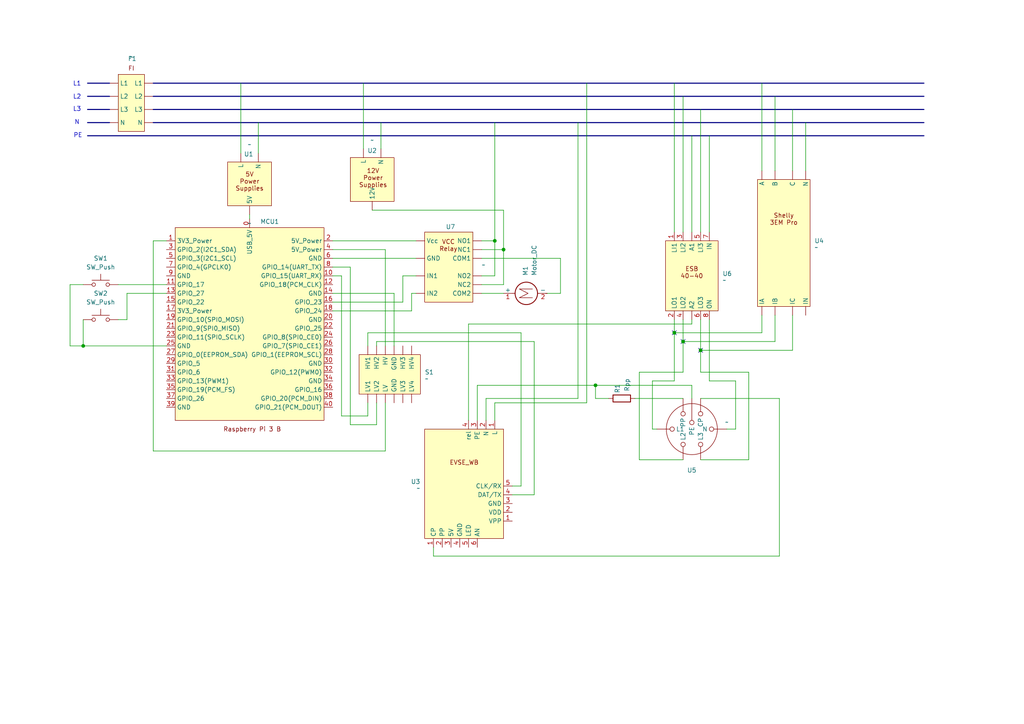
<source format=kicad_sch>
(kicad_sch (version 20231120) (generator "eeschema") (generator_version "8.0")
  (paper "A4")
  (lib_symbols
    (symbol "ADP_OCPP_Symbol:12V_usb_Netzteile"
      (property "Reference" "U" (at 0 0 0))
      (symbol "12V_usb_Netzteile_1_1"
        (rectangle (start -6.35 6.35) (end 6.35 -6.35) (fill (type background)))
        (text "12V\nPower\nSupplies" (at 0.254 0.508 0) (effects (font (size 1.27 1.27))))
        (pin output line (at 0 -8.89 90) (length 2.54) (name "12V") (number ""))
        (pin power_in line (at -2.54 8.89 270) (length 2.54) (name "L") (number ""))
        (pin power_in line (at 2.54 8.89 270) (length 2.54) (name "N") (number ""))
      )
    )
    (symbol "ADP_OCPP_Symbol:5V_usb_Netzteile"
      (property "Reference" "U" (at 0 0 0))
      (symbol "5V_usb_Netzteile_1_1"
        (rectangle (start -6.35 6.35) (end 6.35 -6.35) (fill (type background)))
        (text "5V\nPower\nSupplies" (at 0 0.762 0) (effects (font (size 1.27 1.27))))
        (pin output line (at 0 -8.89 90) (length 2.54) (name "5V") (number ""))
        (pin power_in line (at -2.54 8.89 270) (length 2.54) (name "L") (number ""))
        (pin power_in line (at 2.54 8.89 270) (length 2.54) (name "N") (number ""))
      )
    )
    (symbol "ADP_OCPP_Symbol:FI"
      (property "Reference" "F" (at 0 0 0))
      (symbol "FI_1_1"
        (rectangle (start -3.81 6.35) (end 3.81 -10.16) (fill (type background)))
        (text "FI" (at 0 8.128 0) (effects (font (size 1.27 1.27))))
        (pin input line (at -6.35 3.81 0) (length 2.54) (name "L1") (number ""))
        (pin output line (at 6.35 3.81 180) (length 2.54) (name "L1") (number ""))
        (pin input line (at -6.35 0 0) (length 2.54) (name "L2") (number ""))
        (pin output line (at 6.35 0 180) (length 2.54) (name "L2") (number ""))
        (pin input line (at -6.35 -3.81 0) (length 2.54) (name "L3") (number ""))
        (pin output line (at 6.35 -3.81 180) (length 2.54) (name "L3") (number ""))
        (pin input line (at -6.35 -7.62 0) (length 2.54) (name "N") (number ""))
        (pin output line (at 6.35 -7.62 180) (length 2.54) (name "N") (number ""))
      )
    )
    (symbol "ADP_OCPP_Symbol:Raspberry_Pi_3_B"
      (property "Reference" "MCU" (at 16.764 -24.384 0))
      (symbol "Raspberry_Pi_3_B_1_1"
        (rectangle (start 0 0) (end 43.18 -55.88) (fill (type background)))
        (text "Raspberry Pi 3 B" (at 22.352 -58.42 0) (effects (font (size 1.27 1.27))))
        (pin input line (at 21.59 2.54 270) (length 2.54) (name "USB_5V") (number "0"))
        (pin input line (at -2.54 -3.81 0) (length 2.54) (name "3V3_Power") (number "1"))
        (pin bidirectional line (at 45.72 -13.97 180) (length 2.54) (name "GPIO_15(UART_RX)") (number "10"))
        (pin bidirectional line (at -2.54 -16.51 0) (length 2.54) (name "GPIO_17") (number "11"))
        (pin bidirectional line (at 45.72 -16.51 180) (length 2.54) (name "GPIO_18(PCM_CLK)") (number "12"))
        (pin bidirectional line (at -2.54 -19.05 0) (length 2.54) (name "GPIO_27") (number "13"))
        (pin free line (at 45.72 -19.05 180) (length 2.54) (name "GND") (number "14"))
        (pin bidirectional line (at -2.54 -21.59 0) (length 2.54) (name "GPIO_22") (number "15"))
        (pin bidirectional line (at 45.72 -21.59 180) (length 2.54) (name "GPIO_23") (number "16"))
        (pin input line (at -2.54 -24.13 0) (length 2.54) (name "3V3_Power") (number "17"))
        (pin bidirectional line (at 45.72 -24.13 180) (length 2.54) (name "GPIO_24") (number "18"))
        (pin input line (at -2.54 -26.67 0) (length 2.54) (name "GPIO_10(SPI0_MOSI)") (number "19"))
        (pin input line (at 45.72 -3.81 180) (length 2.54) (name "5V_Power") (number "2"))
        (pin free line (at 45.72 -26.67 180) (length 2.54) (name "GND") (number "20"))
        (pin bidirectional line (at -2.54 -29.21 0) (length 2.54) (name "GPIO_9(SPI0_MISO)") (number "21"))
        (pin bidirectional line (at 45.72 -29.21 180) (length 2.54) (name "GPIO_25") (number "22"))
        (pin bidirectional line (at -2.54 -31.75 0) (length 2.54) (name "GPIO_11(SPI0_SCLK)") (number "23"))
        (pin bidirectional line (at 45.72 -31.75 180) (length 2.54) (name "GPIO_8(SPI0_CE0)") (number "24"))
        (pin free line (at -2.54 -34.29 0) (length 2.54) (name "GND") (number "25"))
        (pin bidirectional line (at 45.72 -34.29 180) (length 2.54) (name "GPIO_7(SPI0_CE1)") (number "26"))
        (pin bidirectional line (at -2.54 -36.83 0) (length 2.54) (name "GPIO_0(EEPROM_SDA)") (number "27"))
        (pin bidirectional line (at 45.72 -36.83 180) (length 2.54) (name "GPIO_1(EEPROM_SCL)") (number "28"))
        (pin bidirectional line (at -2.54 -39.37 0) (length 2.54) (name "GPIO_5") (number "29"))
        (pin bidirectional line (at -2.54 -6.35 0) (length 2.54) (name "GPIO_2(I2C1_SDA)") (number "3"))
        (pin free line (at 45.72 -39.37 180) (length 2.54) (name "GND") (number "30"))
        (pin bidirectional line (at -2.54 -41.91 0) (length 2.54) (name "GPIO_6") (number "31"))
        (pin bidirectional line (at 45.72 -41.91 180) (length 2.54) (name "GPIO_12(PWM0)") (number "32"))
        (pin bidirectional line (at -2.54 -44.45 0) (length 2.54) (name "GPIO_13(PWM1)") (number "33"))
        (pin free line (at 45.72 -44.45 180) (length 2.54) (name "GND") (number "34"))
        (pin bidirectional line (at -2.54 -46.99 0) (length 2.54) (name "GPIO_19(PCM_FS)") (number "35"))
        (pin bidirectional line (at 45.72 -46.99 180) (length 2.54) (name "GPIO_16") (number "36"))
        (pin bidirectional line (at -2.54 -49.53 0) (length 2.54) (name "GPIO_26") (number "37"))
        (pin bidirectional line (at 45.72 -49.53 180) (length 2.54) (name "GPIO_20(PCM_DIN)") (number "38"))
        (pin free line (at -2.54 -52.07 0) (length 2.54) (name "GND") (number "39"))
        (pin input line (at 45.72 -6.35 180) (length 2.54) (name "5V_Power") (number "4"))
        (pin bidirectional line (at 45.72 -52.07 180) (length 2.54) (name "GPIO_21(PCM_DOUT)") (number "40"))
        (pin bidirectional line (at -2.54 -8.89 0) (length 2.54) (name "GPIO_3(I2C1_SCL)") (number "5"))
        (pin free line (at 45.72 -8.89 180) (length 2.54) (name "GND") (number "6"))
        (pin bidirectional line (at -2.54 -11.43 0) (length 2.54) (name "GPIO_4(GPCLK0)") (number "7"))
        (pin bidirectional line (at 45.72 -11.43 180) (length 2.54) (name "GPIO_14(UART_TX)") (number "8"))
        (pin free line (at -2.54 -13.97 0) (length 2.54) (name "GND") (number "9"))
      )
    )
    (symbol "ADP_OCPP_Symbol:Sparkfun_SPK12009"
      (property "Reference" "S" (at 8.382 -5.842 0))
      (symbol "Sparkfun_SPK12009_1_1"
        (rectangle (start 0 0) (end 17.78 -11.43) (fill (type background)))
        (pin free line (at 10.16 -13.97 90) (length 2.54) (name "GND") (number ""))
        (pin free line (at 10.16 2.54 270) (length 2.54) (name "GND") (number ""))
        (pin power_in line (at 7.62 2.54 270) (length 2.54) (name "HV") (number ""))
        (pin bidirectional line (at 2.54 2.54 270) (length 2.54) (name "HV1") (number ""))
        (pin bidirectional line (at 5.08 2.54 270) (length 2.54) (name "HV2") (number ""))
        (pin bidirectional line (at 12.7 2.54 270) (length 2.54) (name "HV3") (number ""))
        (pin bidirectional line (at 15.24 2.54 270) (length 2.54) (name "HV4") (number ""))
        (pin power_in line (at 7.62 -13.97 90) (length 2.54) (name "LV") (number ""))
        (pin bidirectional line (at 2.54 -13.97 90) (length 2.54) (name "LV1") (number ""))
        (pin bidirectional line (at 5.08 -13.97 90) (length 2.54) (name "LV2") (number ""))
        (pin bidirectional line (at 12.7 -13.97 90) (length 2.54) (name "LV3") (number ""))
        (pin bidirectional line (at 15.24 -13.97 90) (length 2.54) (name "LV4") (number ""))
      )
    )
    (symbol "ADP_OCPP_Symbol:esb_40-40"
      (property "Reference" "U" (at 0 0 0))
      (symbol "esb_40-40_1_1"
        (rectangle (start -7.62 8.89) (end 7.62 -11.43) (fill (type background)))
        (text "ESB\n40-40" (at 0 -0.254 0) (effects (font (size 1.27 1.27))))
        (pin power_in line (at 0 11.43 270) (length 2.54) (name "A1") (number ""))
        (pin power_out line (at 0 -13.97 90) (length 2.54) (name "A2") (number ""))
        (pin power_in line (at -5.08 11.43 270) (length 2.54) (name "LI1") (number "1"))
        (pin power_out line (at -5.08 -13.97 90) (length 2.54) (name "LO1") (number "2"))
        (pin power_in line (at -2.54 11.43 270) (length 2.54) (name "LI2") (number "3"))
        (pin power_out line (at -2.54 -13.97 90) (length 2.54) (name "LO2") (number "4"))
        (pin power_in line (at 2.54 11.43 270) (length 2.54) (name "LI3") (number "5"))
        (pin power_out line (at 2.54 -13.97 90) (length 2.54) (name "LO3") (number "6"))
        (pin power_in line (at 5.08 11.43 270) (length 2.54) (name "IN") (number "7"))
        (pin power_out line (at 5.08 -13.97 90) (length 2.54) (name "ON") (number "8"))
      )
    )
    (symbol "ADP_OCPP_Symbol:evse"
      (property "Reference" "U" (at 0 -0.254 0))
      (symbol "evse_1_1"
        (rectangle (start -11.43 13.97) (end 11.43 -17.78) (fill (type background)))
        (text "EVSE_WB" (at 0 4.318 0) (effects (font (size 1.27 1.27))))
        (pin passive line (at -8.89 -20.32 90) (length 2.54) (name "CP") (number "1"))
        (pin passive line (at 8.89 16.51 270) (length 2.54) (name "L") (number "1"))
        (pin passive line (at 13.97 -12.7 180) (length 2.54) (name "VPP") (number "1"))
        (pin passive line (at 6.35 16.51 270) (length 2.54) (name "N") (number "2"))
        (pin passive line (at -6.35 -20.32 90) (length 2.54) (name "PP") (number "2"))
        (pin passive line (at 13.97 -10.16 180) (length 2.54) (name "VDD") (number "2"))
        (pin passive line (at -3.81 -20.32 90) (length 2.54) (name "5V") (number "3"))
        (pin passive line (at 13.97 -7.62 180) (length 2.54) (name "GND") (number "3"))
        (pin passive line (at 3.81 16.51 270) (length 2.54) (name "PE") (number "3"))
        (pin passive line (at 13.97 -5.08 180) (length 2.54) (name "DAT/TX") (number "4"))
        (pin passive line (at -1.27 -20.32 90) (length 2.54) (name "GND") (number "4"))
        (pin passive line (at 1.27 16.51 270) (length 2.54) (name "rel") (number "4"))
        (pin passive line (at 13.97 -2.54 180) (length 2.54) (name "CLK/RX") (number "5"))
        (pin passive line (at 1.27 -20.32 90) (length 2.54) (name "LED") (number "5"))
        (pin passive line (at 3.81 -20.32 90) (length 2.54) (name "AN") (number "6"))
      )
    )
    (symbol "ADP_OCPP_Symbol:shelly"
      (property "Reference" "U" (at 0 -0.254 0))
      (symbol "shelly_1_1"
        (rectangle (start -7.62 16.51) (end 7.62 -20.32) (fill (type background)))
        (text "Shelly\n3EM Pro" (at 0 5.08 0) (effects (font (size 1.27 1.27))))
        (pin power_in line (at -6.35 19.05 270) (length 2.54) (name "A") (number ""))
        (pin power_in line (at -2.54 19.05 270) (length 2.54) (name "B") (number ""))
        (pin power_in line (at 2.54 19.05 270) (length 2.54) (name "C") (number ""))
        (pin input line (at -6.35 -22.86 90) (length 2.54) (name "IA") (number ""))
        (pin input line (at -2.54 -22.86 90) (length 2.54) (name "IB") (number ""))
        (pin input line (at 2.54 -22.86 90) (length 2.54) (name "IC") (number ""))
        (pin input line (at 6.35 -22.86 90) (length 2.54) (name "IN") (number ""))
        (pin power_in line (at 6.35 19.05 270) (length 2.54) (name "N") (number ""))
      )
    )
    (symbol "ADP_OCPP_Symbol:socket"
      (property "Reference" "U" (at 0 0 0))
      (symbol "socket_0_1"
        (circle (center 0 0) (radius 7.4053))
      )
      (symbol "socket_1_1"
        (pin bidirectional inverted (at 2.54 8.89 270) (length 5.08) (name "CP") (number ""))
        (pin power_in inverted (at -10.16 0 0) (length 5.08) (name "L1") (number ""))
        (pin power_in inverted (at -2.54 -8.89 90) (length 5.08) (name "L2") (number ""))
        (pin power_in inverted (at 2.54 -8.89 90) (length 5.08) (name "L3") (number ""))
        (pin power_in inverted (at 10.16 0 180) (length 5.08) (name "N") (number ""))
        (pin bidirectional inverted (at 0 8.89 270) (length 7.62) (name "PE") (number ""))
        (pin bidirectional inverted (at -2.54 8.89 270) (length 5.08) (name "PP") (number ""))
      )
    )
    (symbol "ADP_OCPP_Symbol:vcc_relay"
      (property "Reference" "U" (at 0 0 0))
      (symbol "vcc_relay_1_1"
        (rectangle (start -7.62 7.62) (end 6.35 -12.7) (fill (type background)))
        (text "VCC\nRelay" (at -0.762 3.81 0) (effects (font (size 1.27 1.27))))
        (pin input line (at 8.89 0 180) (length 2.54) (name "COM1") (number ""))
        (pin input line (at 8.89 -10.16 180) (length 2.54) (name "COM2") (number ""))
        (pin free line (at -10.16 0 0) (length 2.54) (name "GND") (number ""))
        (pin input line (at -10.16 -5.08 0) (length 2.54) (name "IN1") (number ""))
        (pin input line (at -10.16 -10.16 0) (length 2.54) (name "IN2") (number ""))
        (pin input line (at 8.89 2.54 180) (length 2.54) (name "NC1") (number ""))
        (pin input line (at 8.89 -7.62 180) (length 2.54) (name "NC2") (number ""))
        (pin input line (at 8.89 5.08 180) (length 2.54) (name "NO1") (number ""))
        (pin input line (at 8.89 -5.08 180) (length 2.54) (name "NO2") (number ""))
        (pin power_in line (at -10.16 5.08 0) (length 2.54) (name "Vcc") (number ""))
      )
    )
    (symbol "Device:R" (pin_numbers hide) (pin_names (offset 0))
      (property "Reference" "R" (at 2.032 0 90))
      (property "Value" "R" (at 0 0 90))
      (symbol "R_0_1"
        (rectangle (start -1.016 -2.54) (end 1.016 2.54) (stroke (width 0.254)))
      )
      (symbol "R_1_1"
        (pin passive line (at 0 3.81 270) (length 1.27) (name "~") (number "1"))
        (pin passive line (at 0 -3.81 90) (length 1.27) (name "~") (number "2"))
      )
    )
    (symbol "Motor:Motor_DC" (pin_names (offset 0))
      (property "Reference" "M" (at 2.54 2.54 0))
      (property "Value" "Motor_DC" (at 2.54 -5.08 0))
      (symbol "Motor_DC_0_0"
        (polyline (pts (xy -1.27 -3.302) (xy -1.27 0.508) (xy 0 -2.032) (xy 1.27 0.508) (xy 1.27 -3.302)))
      )
      (symbol "Motor_DC_0_1"
        (circle (center 0 -1.524) (radius 3.2512) (stroke (width 0.254)))
        (polyline (pts (xy 0 -7.62) (xy 0 -7.112)))
        (polyline (pts (xy 0 -4.7752) (xy 0 -5.1816)))
        (polyline (pts (xy 0 1.7272) (xy 0 2.0828)))
        (polyline (pts (xy 0 2.032) (xy 0 2.54)))
      )
      (symbol "Motor_DC_1_1"
        (pin passive line (at 0 5.08 270) (length 2.54) (name "+") (number "1"))
        (pin passive line (at 0 -7.62 90) (length 2.54) (name "-") (number "2"))
      )
    )
    (symbol "Switch:SW_Push" (pin_numbers hide) (pin_names (offset 1.016) hide)
      (property "Reference" "SW" (at 1.27 2.54 0))
      (property "Value" "SW_Push" (at 0 -1.524 0))
      (symbol "SW_Push_0_1"
        (circle (center -2.032 0) (radius 0.508))
        (polyline (pts (xy 0 1.27) (xy 0 3.048)))
        (polyline (pts (xy 2.54 1.27) (xy -2.54 1.27)))
        (circle (center 2.032 0) (radius 0.508))
        (pin passive line (at -5.08 0 0) (length 2.54) (name "1") (number "1"))
        (pin passive line (at 5.08 0 180) (length 2.54) (name "2") (number "2"))
      )
    )
  )
  (junction (at 24.13 100.33))
  (junction (at 143.51 69.85))
  (junction (at 172.72 111.76))
  (junction (at 198.12 99.06))
  (junction (at 195.58 96.52))
  (junction (at 146.05 72.39))
  (junction (at 203.2 101.6))
  (no_connect (at 195.58 96.52))
  (no_connect (at 198.12 99.06))
  (no_connect (at 203.2 101.6))
  (wire (pts (xy 111.76 130.81) (xy 111.76 116.84)))
  (wire (pts (xy 44.45 69.85) (xy 44.45 130.81)))
  (wire (pts (xy 143.51 116.84) (xy 143.51 121.92)))
  (wire (pts (xy 224.79 99.06) (xy 198.12 99.06)))
  (wire (pts (xy 224.79 27.94) (xy 224.79 49.53)))
  (wire (pts (xy 24.13 82.55) (xy 20.32 82.55)))
  (wire (pts (xy 229.87 91.44) (xy 229.87 101.6)))
  (wire (pts (xy 125.73 161.29) (xy 226.06 161.29)))
  (wire (pts (xy 198.12 133.35) (xy 185.42 133.35)))
  (bus (pts (xy 44.45 27.94) (xy 267.97 27.94)))
  (wire (pts (xy 116.84 87.63) (xy 96.52 87.63)))
  (wire (pts (xy 110.49 35.56) (xy 110.49 43.18)))
  (wire (pts (xy 226.06 161.29) (xy 226.06 115.57)))
  (wire (pts (xy 138.43 111.76) (xy 172.72 111.76)))
  (bus (pts (xy 44.45 35.56) (xy 267.97 35.56)))
  (wire (pts (xy 74.93 35.56) (xy 74.93 44.45)))
  (wire (pts (xy 69.85 24.13) (xy 69.85 44.45)))
  (wire (pts (xy 34.29 92.71) (xy 36.83 92.71)))
  (wire (pts (xy 125.73 158.75) (xy 125.73 161.29)))
  (wire (pts (xy 185.42 133.35) (xy 185.42 107.95)))
  (wire (pts (xy 109.22 99.06) (xy 154.94 99.06)))
  (wire (pts (xy 99.06 120.65) (xy 106.68 120.65)))
  (wire (pts (xy 107.95 60.96) (xy 146.05 60.96)))
  (wire (pts (xy 151.13 96.52) (xy 151.13 140.97)))
  (wire (pts (xy 172.72 111.76) (xy 172.72 115.57)))
  (wire (pts (xy 217.17 107.95) (xy 203.2 107.95)))
  (wire (pts (xy 34.29 82.55) (xy 48.26 82.55)))
  (wire (pts (xy 170.18 116.84) (xy 170.18 24.13)))
  (wire (pts (xy 233.68 35.56) (xy 233.68 49.53)))
  (wire (pts (xy 195.58 92.71) (xy 195.58 96.52)))
  (bus (pts (xy 25.4 39.37) (xy 267.97 39.37)))
  (wire (pts (xy 203.2 133.35) (xy 217.17 133.35)))
  (wire (pts (xy 198.12 99.06) (xy 198.12 107.95)))
  (wire (pts (xy 203.2 101.6) (xy 203.2 107.95)))
  (wire (pts (xy 146.05 72.39) (xy 139.7 72.39)))
  (wire (pts (xy 220.98 96.52) (xy 195.58 96.52)))
  (wire (pts (xy 48.26 69.85) (xy 44.45 69.85)))
  (wire (pts (xy 203.2 92.71) (xy 203.2 101.6)))
  (wire (pts (xy 96.52 74.93) (xy 120.65 74.93)))
  (bus (pts (xy 25.4 31.75) (xy 31.75 31.75)))
  (wire (pts (xy 200.66 93.98) (xy 200.66 92.71)))
  (wire (pts (xy 96.52 77.47) (xy 101.6 77.47)))
  (wire (pts (xy 205.74 39.37) (xy 205.74 67.31)))
  (wire (pts (xy 143.51 35.56) (xy 143.51 69.85)))
  (wire (pts (xy 154.94 99.06) (xy 154.94 143.51)))
  (bus (pts (xy 44.45 24.13) (xy 267.97 24.13)))
  (wire (pts (xy 143.51 116.84) (xy 170.18 116.84)))
  (wire (pts (xy 24.13 100.33) (xy 48.26 100.33)))
  (wire (pts (xy 120.65 80.01) (xy 116.84 80.01)))
  (wire (pts (xy 105.41 24.13) (xy 105.41 43.18)))
  (wire (pts (xy 135.89 93.98) (xy 200.66 93.98)))
  (wire (pts (xy 116.84 80.01) (xy 116.84 87.63)))
  (wire (pts (xy 213.36 110.49) (xy 205.74 110.49)))
  (wire (pts (xy 184.15 115.57) (xy 198.12 115.57)))
  (wire (pts (xy 189.23 124.46) (xy 189.23 110.49)))
  (wire (pts (xy 189.23 110.49) (xy 195.58 110.49)))
  (wire (pts (xy 198.12 27.94) (xy 198.12 67.31)))
  (wire (pts (xy 195.58 24.13) (xy 195.58 67.31)))
  (wire (pts (xy 96.52 80.01) (xy 99.06 80.01)))
  (wire (pts (xy 24.13 92.71) (xy 24.13 100.33)))
  (wire (pts (xy 185.42 107.95) (xy 198.12 107.95)))
  (wire (pts (xy 96.52 72.39) (xy 111.76 72.39)))
  (wire (pts (xy 167.64 115.57) (xy 167.64 35.56)))
  (wire (pts (xy 139.7 69.85) (xy 143.51 69.85)))
  (wire (pts (xy 198.12 92.71) (xy 198.12 99.06)))
  (wire (pts (xy 36.83 85.09) (xy 48.26 85.09)))
  (wire (pts (xy 203.2 31.75) (xy 203.2 67.31)))
  (wire (pts (xy 44.45 130.81) (xy 111.76 130.81)))
  (wire (pts (xy 109.22 123.19) (xy 109.22 116.84)))
  (wire (pts (xy 111.76 72.39) (xy 111.76 100.33)))
  (wire (pts (xy 162.56 85.09) (xy 162.56 74.93)))
  (wire (pts (xy 200.66 111.76) (xy 200.66 115.57)))
  (wire (pts (xy 96.52 69.85) (xy 120.65 69.85)))
  (wire (pts (xy 106.68 120.65) (xy 106.68 116.84)))
  (wire (pts (xy 72.39 62.23) (xy 72.39 63.5)))
  (wire (pts (xy 229.87 101.6) (xy 203.2 101.6)))
  (wire (pts (xy 229.87 31.75) (xy 229.87 49.53)))
  (wire (pts (xy 154.94 143.51) (xy 148.59 143.51)))
  (wire (pts (xy 96.52 85.09) (xy 114.3 85.09)))
  (wire (pts (xy 162.56 74.93) (xy 139.7 74.93)))
  (wire (pts (xy 101.6 123.19) (xy 109.22 123.19)))
  (bus (pts (xy 25.4 35.56) (xy 31.75 35.56)))
  (wire (pts (xy 114.3 85.09) (xy 114.3 100.33)))
  (bus (pts (xy 25.4 24.13) (xy 31.75 24.13)))
  (wire (pts (xy 119.38 90.17) (xy 119.38 85.09)))
  (wire (pts (xy 106.68 100.33) (xy 106.68 96.52)))
  (bus (pts (xy 44.45 31.75) (xy 267.97 31.75)))
  (wire (pts (xy 99.06 80.01) (xy 99.06 120.65)))
  (wire (pts (xy 195.58 96.52) (xy 195.58 110.49)))
  (wire (pts (xy 210.82 124.46) (xy 213.36 124.46)))
  (wire (pts (xy 96.52 90.17) (xy 119.38 90.17)))
  (wire (pts (xy 213.36 124.46) (xy 213.36 110.49)))
  (wire (pts (xy 101.6 77.47) (xy 101.6 123.19)))
  (wire (pts (xy 226.06 115.57) (xy 203.2 115.57)))
  (wire (pts (xy 139.7 85.09) (xy 146.05 85.09)))
  (wire (pts (xy 143.51 69.85) (xy 143.51 80.01)))
  (wire (pts (xy 140.97 115.57) (xy 140.97 121.92)))
  (wire (pts (xy 109.22 100.33) (xy 109.22 99.06)))
  (wire (pts (xy 140.97 115.57) (xy 167.64 115.57)))
  (wire (pts (xy 217.17 133.35) (xy 217.17 107.95)))
  (wire (pts (xy 106.68 96.52) (xy 151.13 96.52)))
  (wire (pts (xy 139.7 80.01) (xy 143.51 80.01)))
  (wire (pts (xy 146.05 82.55) (xy 146.05 72.39)))
  (wire (pts (xy 148.59 140.97) (xy 151.13 140.97)))
  (wire (pts (xy 146.05 60.96) (xy 146.05 72.39)))
  (wire (pts (xy 36.83 92.71) (xy 36.83 85.09)))
  (wire (pts (xy 119.38 85.09) (xy 120.65 85.09)))
  (wire (pts (xy 20.32 100.33) (xy 24.13 100.33)))
  (wire (pts (xy 220.98 91.44) (xy 220.98 96.52)))
  (wire (pts (xy 172.72 111.76) (xy 200.66 111.76)))
  (bus (pts (xy 25.4 27.94) (xy 31.75 27.94)))
  (wire (pts (xy 220.98 24.13) (xy 220.98 49.53)))
  (wire (pts (xy 189.23 124.46) (xy 190.5 124.46)))
  (wire (pts (xy 224.79 91.44) (xy 224.79 99.06)))
  (wire (pts (xy 158.75 85.09) (xy 162.56 85.09)))
  (wire (pts (xy 138.43 111.76) (xy 138.43 121.92)))
  (wire (pts (xy 20.32 82.55) (xy 20.32 100.33)))
  (wire (pts (xy 205.74 110.49) (xy 205.74 92.71)))
  (wire (pts (xy 200.66 39.37) (xy 200.66 67.31)))
  (wire (pts (xy 135.89 121.92) (xy 135.89 93.98)))
  (wire (pts (xy 176.53 115.57) (xy 172.72 115.57)))
  (wire (pts (xy 139.7 82.55) (xy 146.05 82.55)))
  (text "L2" (at 22.352 28.194 0) (effects (font (size 1.27 1.27))))
  (text "N" (at 22.352 35.56 0) (effects (font (size 1.27 1.27))))
  (text "PE" (at 22.606 39.37 0) (effects (font (size 1.27 1.27))))
  (text "L1" (at 22.352 24.384 0) (effects (font (size 1.27 1.27))))
  (text "L3" (at 22.352 31.75 0) (effects (font (size 1.27 1.27))))
  (symbol (lib_id "Motor:Motor_DC") (at 151.13 85.09 90) (unit 1)
    (property "Reference" "M1" (at 152.3999 80.01 0) (effects (justify left)))
    (property "Value" "Motor_DC" (at 154.9399 80.01 0) (effects (justify left)))
    (property "Description" "DC Motor" (effects (hide yes)))
  )
  (symbol (lib_id "Switch:SW_Push") (at 29.21 82.55 0) (unit 1)
    (property "Reference" "SW1" (at 29.21 74.93 0))
    (property "Value" "SW_Push" (at 29.21 77.47 0))
    (property "Description" "Push button switch, generic, two pins" (effects (hide yes)))
  )
  (symbol (lib_id "ADP_OCPP_Symbol:socket") (at 200.66 124.46 0) (unit 1)
    (property "Reference" "U5" (at 200.66 136.398 0))
    (property "Value" "~" (at 210.82 122.4279 0))
  )
  (symbol (lib_id "ADP_OCPP_Symbol:esb_40-40") (at 200.66 78.74 0) (unit 1)
    (property "Reference" "U6" (at 209.55 79.3749 0) (effects (justify left)))
    (property "Value" "~" (at 209.55 81.28 0) (effects (justify left)))
  )
  (symbol (lib_id "ADP_OCPP_Symbol:vcc_relay") (at 130.81 74.93 0) (unit 1)
    (property "Reference" "U7" (at 129.286 65.786 0) (effects (justify left)))
    (property "Value" "~" (at 139.7 76.835 0) (effects (justify left)))
  )
  (symbol (lib_id "ADP_OCPP_Symbol:12V_usb_Netzteile") (at 107.95 52.07 0) (unit 1)
    (property "Reference" "U2" (at 107.95 43.688 0))
    (property "Value" "~" (at 107.95 40.64 0))
  )
  (symbol (lib_id "Switch:SW_Push") (at 29.21 92.71 0) (unit 1)
    (property "Reference" "SW2" (at 29.21 85.09 0))
    (property "Value" "SW_Push" (at 29.21 87.63 0))
    (property "Description" "Push button switch, generic, two pins" (effects (hide yes)))
  )
  (symbol (lib_id "ADP_OCPP_Symbol:shelly") (at 227.33 68.58 0) (unit 1)
    (property "Reference" "U4" (at 236.22 69.8499 0) (effects (justify left)))
    (property "Value" "~" (at 236.22 71.755 0) (effects (justify left)))
  )
  (symbol (lib_id "ADP_OCPP_Symbol:Sparkfun_SPK12009") (at 104.14 102.87 0) (unit 1)
    (property "Reference" "S1" (at 123.19 107.9499 0) (effects (justify left)))
    (property "Value" "~" (at 123.19 109.855 0) (effects (justify left)))
  )
  (symbol (lib_id "ADP_OCPP_Symbol:evse") (at 134.62 138.43 0) (unit 1)
    (property "Reference" "U3" (at 121.92 139.6999 0) (effects (justify right)))
    (property "Value" "~" (at 121.92 141.605 0) (effects (justify right)))
  )
  (symbol (lib_id "ADP_OCPP_Symbol:Raspberry_Pi_3_B") (at 50.8 66.04 0) (unit 1)
    (property "Reference" "MCU1" (at 78.232 64.262 0))
    (property "Value" "~" (at 72.39 64.77 0))
  )
  (symbol (lib_id "ADP_OCPP_Symbol:FI") (at 38.1 27.94 0) (unit 1)
    (property "Reference" "F1" (at 38.354 17.018 0))
    (property "Value" "~" (at 38.1 16.51 0))
  )
  (symbol (lib_id "ADP_OCPP_Symbol:5V_usb_Netzteile") (at 72.39 53.34 0) (unit 1)
    (property "Reference" "U1" (at 72.136 44.704 0))
    (property "Value" "~" (at 72.39 41.91 0))
  )
  (symbol (lib_id "Device:R") (at 180.34 115.57 90) (unit 1)
    (property "Reference" "R1" (at 179.07 114.046 0) (effects (justify left)))
    (property "Value" "Rpp" (at 181.864 113.538 0) (effects (justify left)))
    (property "Description" "Resistor" (effects (hide yes)))
  )
)
</source>
